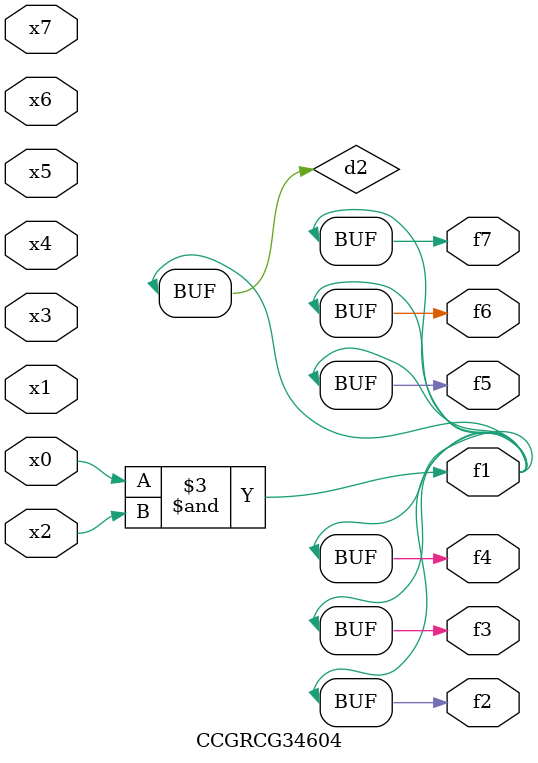
<source format=v>
module CCGRCG34604(
	input x0, x1, x2, x3, x4, x5, x6, x7,
	output f1, f2, f3, f4, f5, f6, f7
);

	wire d1, d2;

	nor (d1, x3, x6);
	and (d2, x0, x2);
	assign f1 = d2;
	assign f2 = d2;
	assign f3 = d2;
	assign f4 = d2;
	assign f5 = d2;
	assign f6 = d2;
	assign f7 = d2;
endmodule

</source>
